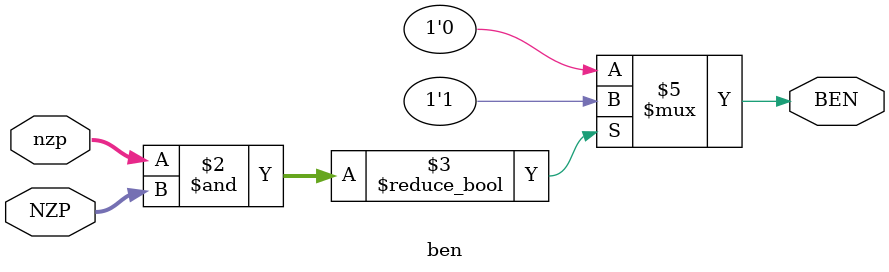
<source format=sv>
module ben 
(
	input logic[2:0] nzp, NZP,
	output logic BEN
);

always_comb
begin
	if (nzp&NZP)
		BEN = 1'b1;
	else
		BEN = 1'b0;
end

endmodule : ben

</source>
